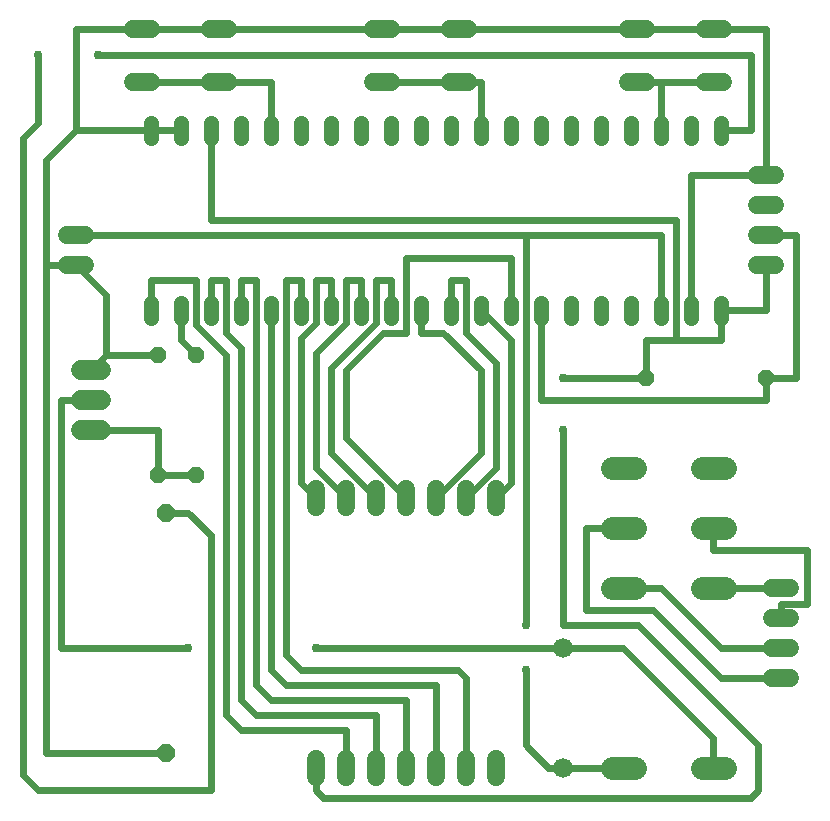
<source format=gbr>
G04 EAGLE Gerber RS-274X export*
G75*
%MOMM*%
%FSLAX34Y34*%
%LPD*%
%INBottom Copper*%
%IPPOS*%
%AMOC8*
5,1,8,0,0,1.08239X$1,22.5*%
G01*
%ADD10C,1.308000*%
%ADD11C,1.524000*%
%ADD12P,1.649562X8X22.500000*%
%ADD13P,1.429621X8X202.500000*%
%ADD14C,1.676400*%
%ADD15C,1.981200*%
%ADD16P,1.429621X8X112.500000*%
%ADD17C,1.676400*%
%ADD18C,0.609600*%
%ADD19C,0.756400*%


D10*
X120650Y418910D02*
X120650Y431990D01*
X146050Y431990D02*
X146050Y418910D01*
X171450Y418910D02*
X171450Y431990D01*
X196850Y431990D02*
X196850Y418910D01*
X222250Y418910D02*
X222250Y431990D01*
X247650Y431990D02*
X247650Y418910D01*
X273050Y418910D02*
X273050Y431990D01*
X298450Y431990D02*
X298450Y418910D01*
X323850Y418910D02*
X323850Y431990D01*
X349250Y431990D02*
X349250Y418910D01*
X374650Y418910D02*
X374650Y431990D01*
X400050Y431990D02*
X400050Y418910D01*
X425450Y418910D02*
X425450Y431990D01*
X450850Y431990D02*
X450850Y418910D01*
X476250Y418910D02*
X476250Y431990D01*
X501650Y431990D02*
X501650Y418910D01*
X527050Y418910D02*
X527050Y431990D01*
X552450Y431990D02*
X552450Y418910D01*
X577850Y418910D02*
X577850Y431990D01*
X603250Y431990D02*
X603250Y418910D01*
X120650Y571310D02*
X120650Y584390D01*
X146050Y584390D02*
X146050Y571310D01*
X171450Y571310D02*
X171450Y584390D01*
X196850Y584390D02*
X196850Y571310D01*
X222250Y571310D02*
X222250Y584390D01*
X247650Y584390D02*
X247650Y571310D01*
X273050Y571310D02*
X273050Y584390D01*
X298450Y584390D02*
X298450Y571310D01*
X323850Y571310D02*
X323850Y584390D01*
X349250Y584390D02*
X349250Y571310D01*
X374650Y571310D02*
X374650Y584390D01*
X400050Y584390D02*
X400050Y571310D01*
X425450Y571310D02*
X425450Y584390D01*
X450850Y584390D02*
X450850Y571310D01*
X476250Y571310D02*
X476250Y584390D01*
X501650Y584390D02*
X501650Y571310D01*
X527050Y571310D02*
X527050Y584390D01*
X552450Y584390D02*
X552450Y571310D01*
X577850Y571310D02*
X577850Y584390D01*
X603250Y584390D02*
X603250Y571310D01*
D11*
X64770Y488950D02*
X49530Y488950D01*
X49530Y463550D02*
X64770Y463550D01*
X260350Y274320D02*
X260350Y259080D01*
X285750Y259080D02*
X285750Y274320D01*
X311150Y274320D02*
X311150Y259080D01*
X336550Y259080D02*
X336550Y274320D01*
X361950Y274320D02*
X361950Y259080D01*
X387350Y259080D02*
X387350Y274320D01*
X412750Y274320D02*
X412750Y259080D01*
X260350Y45720D02*
X260350Y30480D01*
X285750Y30480D02*
X285750Y45720D01*
X311150Y45720D02*
X311150Y30480D01*
X336550Y30480D02*
X336550Y45720D01*
X361950Y45720D02*
X361950Y30480D01*
X387350Y30480D02*
X387350Y45720D01*
X412750Y45720D02*
X412750Y30480D01*
D12*
X133350Y254000D03*
X133350Y50800D03*
D11*
X633730Y463550D02*
X648970Y463550D01*
X648970Y488950D02*
X633730Y488950D01*
X633730Y514350D02*
X648970Y514350D01*
X648970Y539750D02*
X633730Y539750D01*
D13*
X641350Y368300D03*
X539750Y368300D03*
D11*
X389382Y618744D02*
X374142Y618744D01*
X374142Y663956D02*
X389382Y663956D01*
X324358Y618744D02*
X309118Y618744D01*
X309118Y663956D02*
X324358Y663956D01*
X590042Y618744D02*
X605282Y618744D01*
X605282Y663956D02*
X590042Y663956D01*
X540258Y618744D02*
X525018Y618744D01*
X525018Y663956D02*
X540258Y663956D01*
X186182Y618744D02*
X170942Y618744D01*
X170942Y663956D02*
X186182Y663956D01*
X121158Y618744D02*
X105918Y618744D01*
X105918Y663956D02*
X121158Y663956D01*
D14*
X78232Y323850D02*
X61468Y323850D01*
X61468Y349250D02*
X78232Y349250D01*
X78232Y374650D02*
X61468Y374650D01*
D15*
X586994Y38100D02*
X606806Y38100D01*
X530606Y38100D02*
X510794Y38100D01*
X510794Y241300D02*
X530606Y241300D01*
X586994Y190500D02*
X606806Y190500D01*
X606806Y292100D02*
X586994Y292100D01*
X586994Y241300D02*
X606806Y241300D01*
X530606Y190500D02*
X510794Y190500D01*
X510794Y292100D02*
X530606Y292100D01*
D16*
X127000Y285750D03*
X127000Y387350D03*
X158750Y285750D03*
X158750Y387350D03*
D17*
X469900Y139700D03*
X469900Y38100D03*
D11*
X646430Y190500D02*
X661670Y190500D01*
X661670Y165100D02*
X646430Y165100D01*
X646430Y139700D02*
X661670Y139700D01*
X661670Y114300D02*
X646430Y114300D01*
D18*
X120650Y577850D02*
X57150Y577850D01*
X113538Y663956D02*
X178562Y663956D01*
X316738Y663956D02*
X381762Y663956D01*
X641350Y663956D02*
X641350Y539750D01*
X577850Y539750D02*
X577850Y425450D01*
X577850Y539750D02*
X641350Y539750D01*
X146050Y577850D02*
X120650Y577850D01*
X32004Y463550D02*
X32004Y50800D01*
X133350Y50800D01*
X57150Y577850D02*
X57150Y663956D01*
X113538Y663956D01*
X178562Y663956D02*
X316738Y663956D01*
X381762Y663956D02*
X532638Y663956D01*
X597662Y663956D02*
X641350Y663956D01*
X597662Y663956D02*
X532638Y663956D01*
X82550Y387350D02*
X69850Y374650D01*
X82550Y387350D02*
X127000Y387350D01*
X57150Y463550D02*
X32004Y463550D01*
X57150Y463550D02*
X82550Y438150D01*
X82550Y387350D01*
X32004Y463550D02*
X32004Y552704D01*
X57150Y577850D01*
X469900Y38100D02*
X520700Y38100D01*
X552450Y425450D02*
X552450Y488950D01*
X438150Y488950D01*
X57150Y488950D01*
X457200Y38100D02*
X469900Y38100D01*
X457200Y38100D02*
X438150Y57150D01*
X438150Y120650D01*
D19*
X438150Y120650D03*
X438150Y158750D03*
D18*
X438150Y488950D01*
X603250Y577850D02*
X628650Y577850D01*
X628650Y641350D01*
X76200Y641350D01*
D19*
X76200Y641350D03*
X25400Y641350D03*
D18*
X25400Y584200D01*
X12700Y571500D01*
X12700Y31750D01*
X25400Y19050D01*
X171450Y19050D01*
X171450Y234950D01*
X152400Y254000D01*
X133350Y254000D01*
X641350Y488950D02*
X666496Y488950D01*
X666496Y368300D01*
X641350Y368300D01*
X641350Y349250D01*
X450850Y349250D01*
X450850Y425450D01*
X641350Y425450D02*
X641350Y463550D01*
X641350Y425450D02*
X603250Y425450D01*
X539750Y400050D02*
X539750Y368300D01*
X539750Y400050D02*
X565150Y400050D01*
X603250Y400050D01*
X603250Y425450D01*
X171450Y533400D02*
X171450Y577850D01*
X171450Y533400D02*
X171450Y501650D01*
X565150Y501650D01*
X565150Y400050D01*
X260350Y38100D02*
X260350Y19050D01*
X266700Y12700D01*
X628650Y12700D01*
X635000Y19050D01*
X635000Y57150D01*
X469900Y158750D02*
X469900Y323850D01*
D19*
X469900Y323850D03*
X469900Y368300D03*
D18*
X539750Y368300D01*
X533400Y158750D02*
X635000Y57150D01*
X533400Y158750D02*
X469900Y158750D01*
X381762Y618744D02*
X316738Y618744D01*
X381762Y618744D02*
X400050Y618744D01*
X400050Y577850D01*
X552450Y618744D02*
X597662Y618744D01*
X552450Y618744D02*
X532638Y618744D01*
X552450Y618744D02*
X552450Y577850D01*
X178562Y618744D02*
X113538Y618744D01*
X178562Y618744D02*
X222250Y618744D01*
X222250Y577850D01*
X69850Y349250D02*
X44450Y349250D01*
X44450Y139700D01*
X469900Y139700D02*
X520700Y139700D01*
X596900Y63500D01*
X596900Y38100D01*
X469900Y139700D02*
X260350Y139700D01*
D19*
X260350Y139700D03*
X152400Y139700D03*
D18*
X44450Y139700D01*
X127000Y285750D02*
X158750Y285750D01*
X127000Y285750D02*
X127000Y323850D01*
X69850Y323850D01*
X146050Y400050D02*
X146050Y425450D01*
X146050Y400050D02*
X158750Y387350D01*
X596900Y190500D02*
X654050Y190500D01*
X654050Y176766D02*
X654050Y165100D01*
X654050Y176766D02*
X676420Y176766D01*
X676420Y222250D01*
X596900Y222250D01*
X596900Y241300D01*
X552450Y190500D02*
X520700Y190500D01*
X603250Y139700D02*
X654050Y139700D01*
X603250Y139700D02*
X552450Y190500D01*
X603250Y114300D02*
X654050Y114300D01*
X546100Y171450D02*
X488950Y171450D01*
X488950Y241300D01*
X520700Y241300D01*
X546100Y171450D02*
X603250Y114300D01*
X260350Y266700D02*
X247650Y279400D01*
X247650Y402451D01*
X260350Y415151D02*
X260350Y450850D01*
X273050Y450850D01*
X273050Y425450D01*
X260350Y415151D02*
X247650Y402451D01*
X273068Y279382D02*
X285750Y266700D01*
X273068Y279382D02*
X273068Y279588D01*
X260350Y292306D02*
X260350Y389751D01*
X260350Y292306D02*
X273068Y279588D01*
X285750Y415151D02*
X285750Y450850D01*
X298450Y450850D01*
X298450Y425450D01*
X285750Y415151D02*
X260350Y389751D01*
X298468Y279382D02*
X311150Y266700D01*
X298468Y279382D02*
X298468Y279588D01*
X291018Y287038D01*
X290812Y287038D01*
X273050Y304800D01*
X273050Y377051D01*
X311150Y415151D02*
X311150Y450850D01*
X323850Y450850D01*
X323850Y425450D01*
X311150Y415151D02*
X273050Y377051D01*
X323868Y279382D02*
X336550Y266700D01*
X323868Y279382D02*
X323868Y279588D01*
X285750Y317706D02*
X285750Y374650D01*
X285750Y317706D02*
X323868Y279588D01*
X285750Y374650D02*
X317500Y406400D01*
X336550Y406400D02*
X336550Y469900D01*
X425450Y469900D01*
X336550Y406400D02*
X317500Y406400D01*
X425450Y425450D02*
X425450Y469900D01*
X374632Y279382D02*
X361950Y266700D01*
X374632Y279382D02*
X374632Y279588D01*
X400050Y305006D02*
X400050Y374650D01*
X400050Y305006D02*
X374632Y279588D01*
X400050Y374650D02*
X368300Y406400D01*
X349250Y406400D01*
X349250Y425450D01*
X400032Y279382D02*
X387350Y266700D01*
X400032Y279382D02*
X400032Y279588D01*
X412750Y292306D02*
X412750Y381000D01*
X412750Y292306D02*
X400032Y279588D01*
X412750Y381000D02*
X387350Y406400D01*
X387350Y450850D01*
X374650Y450850D01*
X374650Y425450D01*
X425450Y279400D02*
X412750Y266700D01*
X425450Y279400D02*
X425450Y400050D01*
X400050Y425450D01*
X285750Y69850D02*
X285750Y38100D01*
X285750Y69850D02*
X196850Y69850D01*
X184150Y82550D01*
X184150Y387350D01*
X158750Y412750D01*
X158750Y450850D01*
X120650Y450850D01*
X120650Y425450D01*
X311150Y82550D02*
X311150Y38100D01*
X311150Y82550D02*
X209550Y82550D01*
X196850Y95250D01*
X196850Y393700D02*
X184150Y406400D01*
X184150Y450850D01*
X171450Y450850D01*
X196850Y393700D02*
X196850Y95250D01*
X171450Y425450D02*
X171450Y450850D01*
X336550Y95250D02*
X336550Y38100D01*
X336550Y95250D02*
X222250Y95250D01*
X209550Y107950D01*
X209550Y450850D02*
X196850Y450850D01*
X196850Y425450D01*
X209550Y450850D02*
X209550Y107950D01*
X361950Y107950D02*
X361950Y38100D01*
X361950Y107950D02*
X234950Y107950D01*
X222250Y120650D01*
X222250Y425450D01*
X387350Y114300D02*
X387350Y38100D01*
X387350Y114300D02*
X381000Y120650D01*
X247650Y120650D01*
X234950Y133350D01*
X234950Y450850D01*
X247650Y450850D01*
X247650Y425450D01*
M02*

</source>
